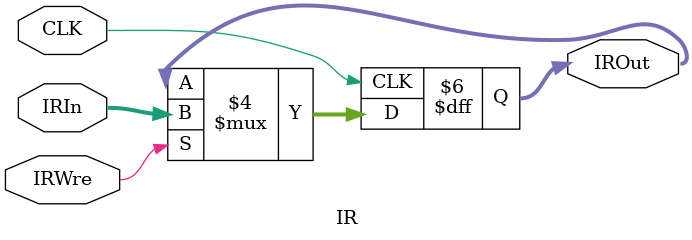
<source format=v>
`timescale 1ns / 1ps


module IR(
        input CLK,
        input IRWre,
        input [31:0] IRIn,
        output reg [31:0] IROut
    );
    
    always@(posedge CLK) begin
        if (IRWre == 1) IROut = IRIn;
    end
    
endmodule

</source>
